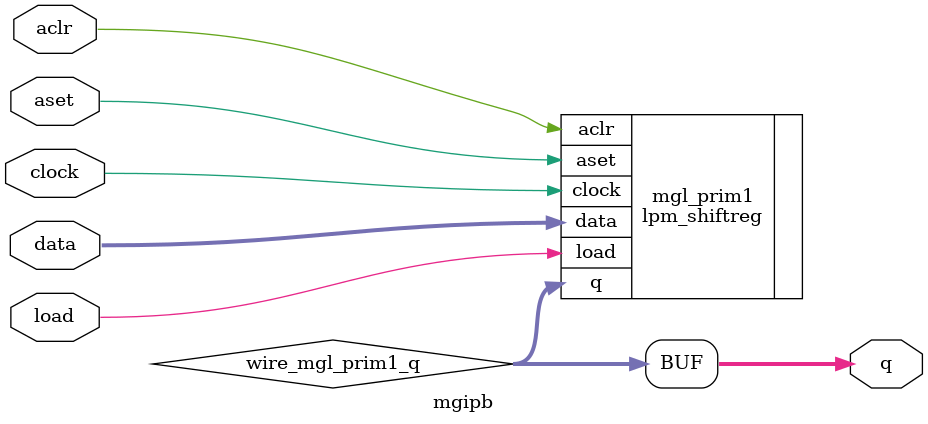
<source format=v>






//synthesis_resources = lpm_shiftreg 1 
//synopsys translate_off
`timescale 1 ps / 1 ps
//synopsys translate_on
module  mgipb
	( 
	aclr,
	aset,
	clock,
	data,
	load,
	q) /* synthesis synthesis_clearbox=1 */;
	input   aclr;
	input   aset;
	input   clock;
	input   [9:0]  data;
	input   load;
	output   [9:0]  q;

	wire  [9:0]   wire_mgl_prim1_q;

	lpm_shiftreg   mgl_prim1
	( 
	.aclr(aclr),
	.aset(aset),
	.clock(clock),
	.data(data),
	.load(load),
	.q(wire_mgl_prim1_q));
	defparam
		mgl_prim1.lpm_direction = "RIGHT",
		mgl_prim1.lpm_type = "LPM_SHIFTREG",
		mgl_prim1.lpm_width = 10;
	assign
		q = wire_mgl_prim1_q;
endmodule //mgipb
//VALID FILE

</source>
